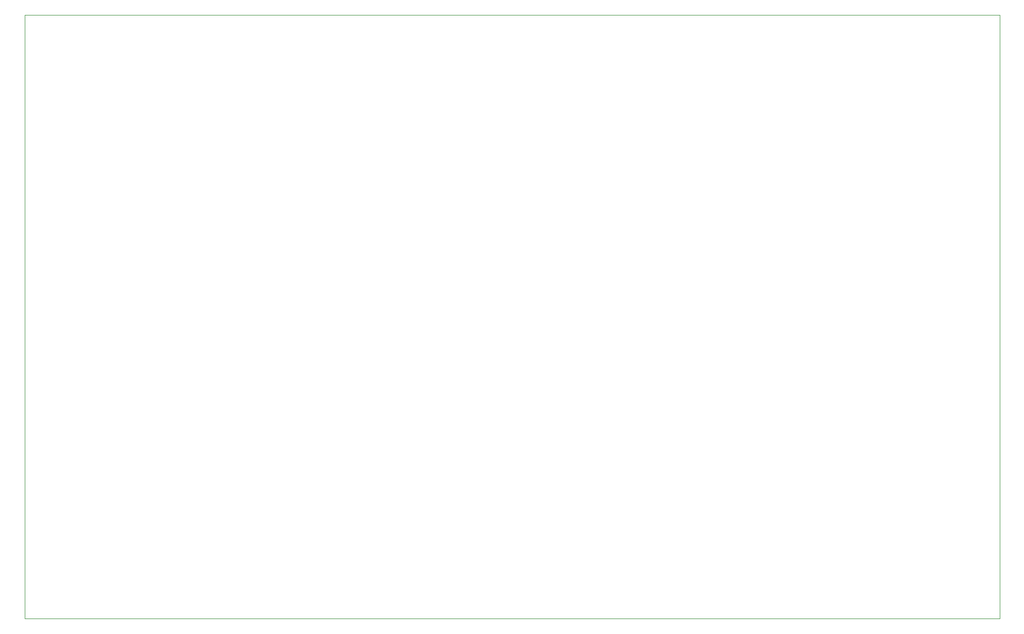
<source format=gbr>
%TF.GenerationSoftware,KiCad,Pcbnew,9.0.6*%
%TF.CreationDate,2026-01-09T18:10:28+03:00*%
%TF.ProjectId,Regs-v6,52656773-2d76-4362-9e6b-696361645f70,rev?*%
%TF.SameCoordinates,Original*%
%TF.FileFunction,Profile,NP*%
%FSLAX46Y46*%
G04 Gerber Fmt 4.6, Leading zero omitted, Abs format (unit mm)*
G04 Created by KiCad (PCBNEW 9.0.6) date 2026-01-09 18:10:28*
%MOMM*%
%LPD*%
G01*
G04 APERTURE LIST*
%TA.AperFunction,Profile*%
%ADD10C,0.050000*%
%TD*%
G04 APERTURE END LIST*
D10*
X12700000Y-111760000D02*
X12700000Y-12700000D01*
X172720000Y-12700000D02*
X172720000Y-111760000D01*
X12700000Y-12700000D02*
X172720000Y-12700000D01*
X172720000Y-111760000D02*
X12700000Y-111760000D01*
M02*

</source>
